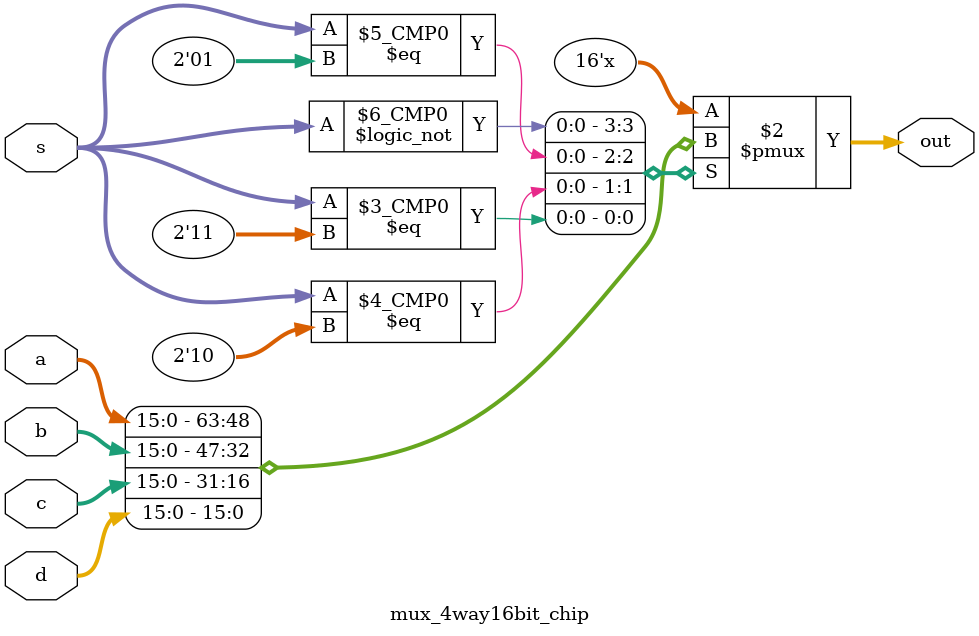
<source format=v>
module mux_4way16bit_chip(out, a, b, c, d, s);
	input [15:0] a;
	input [15:0] b;
	input [15:0] c;
	input [15:0] d;
	input [1:0] s;

	output reg [15:0] out;

	always @*
		case (s)
			2'b00: out = a;
			2'b01: out = b;
			2'b10: out = c;
			2'b11: out = d;
		endcase	
			
endmodule

</source>
